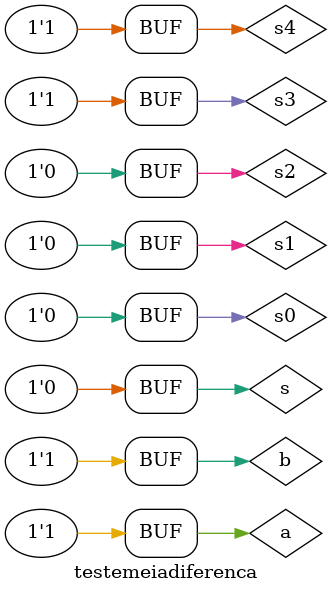
<source format=v>


module testemeiadiferenca;
reg a, b;
wire s1, s2, s3, s4, s, s0;

nand NAND1(s1, a, a);
nand NAND2(s2, b, b);
nand NAND3(s3, s1, b);
nand NAND4(s4, a, s2);
nand NAND5(s, s3, s4);
nand NAND6(s0, s3, s3);


 // parte principal
  initial begin
      $display("Guia 03 - Exercicio 03");
		$display("Bruno Cesar Lopes Silva - 415985");
      $display("Meia Diferenca usando Nand");
      $display("\n a - b = s / vem um\n");
  		a=0; b=0;
		$monitor(" %b - %b = %b / %b", a, b, s, s0);
		#1 a=0; b=1;
		#1 a=1; b=0;
		#1 a=1; b=1;
		
		end
		
	endmodule // testemeiadiferenca
</source>
